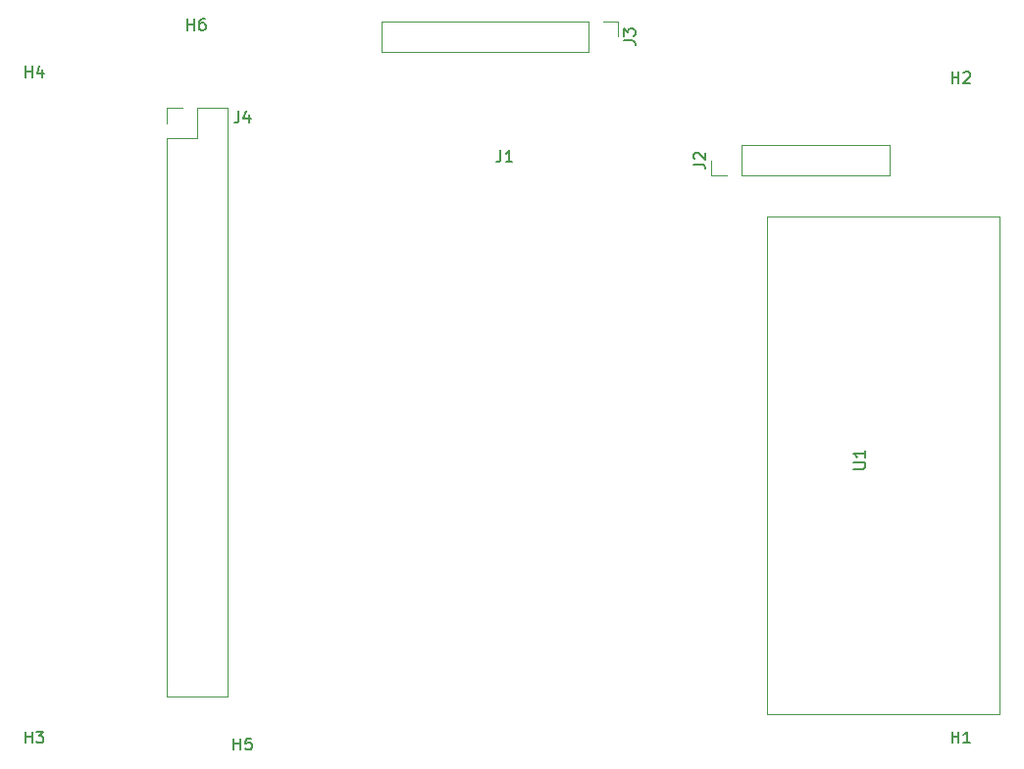
<source format=gbr>
%TF.GenerationSoftware,KiCad,Pcbnew,(6.0.4)*%
%TF.CreationDate,2022-10-08T17:17:15-04:00*%
%TF.ProjectId,CubeSat,43756265-5361-4742-9e6b-696361645f70,rev?*%
%TF.SameCoordinates,Original*%
%TF.FileFunction,Legend,Top*%
%TF.FilePolarity,Positive*%
%FSLAX46Y46*%
G04 Gerber Fmt 4.6, Leading zero omitted, Abs format (unit mm)*
G04 Created by KiCad (PCBNEW (6.0.4)) date 2022-10-08 17:17:15*
%MOMM*%
%LPD*%
G01*
G04 APERTURE LIST*
%ADD10C,0.150000*%
%ADD11C,0.120000*%
G04 APERTURE END LIST*
D10*
%TO.C,J4*%
X116666666Y-56352380D02*
X116666666Y-57066666D01*
X116619047Y-57209523D01*
X116523809Y-57304761D01*
X116380952Y-57352380D01*
X116285714Y-57352380D01*
X117571428Y-56685714D02*
X117571428Y-57352380D01*
X117333333Y-56304761D02*
X117095238Y-57019047D01*
X117714285Y-57019047D01*
%TO.C,J1*%
X139274666Y-59739380D02*
X139274666Y-60453666D01*
X139227047Y-60596523D01*
X139131809Y-60691761D01*
X138988952Y-60739380D01*
X138893714Y-60739380D01*
X140274666Y-60739380D02*
X139703238Y-60739380D01*
X139988952Y-60739380D02*
X139988952Y-59739380D01*
X139893714Y-59882238D01*
X139798476Y-59977476D01*
X139703238Y-60025095D01*
%TO.C,J2*%
X155922380Y-60933333D02*
X156636666Y-60933333D01*
X156779523Y-60980952D01*
X156874761Y-61076190D01*
X156922380Y-61219047D01*
X156922380Y-61314285D01*
X156017619Y-60504761D02*
X155970000Y-60457142D01*
X155922380Y-60361904D01*
X155922380Y-60123809D01*
X155970000Y-60028571D01*
X156017619Y-59980952D01*
X156112857Y-59933333D01*
X156208095Y-59933333D01*
X156350952Y-59980952D01*
X156922380Y-60552380D01*
X156922380Y-59933333D01*
%TO.C,U1*%
X169752380Y-87261904D02*
X170561904Y-87261904D01*
X170657142Y-87214285D01*
X170704761Y-87166666D01*
X170752380Y-87071428D01*
X170752380Y-86880952D01*
X170704761Y-86785714D01*
X170657142Y-86738095D01*
X170561904Y-86690476D01*
X169752380Y-86690476D01*
X170752380Y-85690476D02*
X170752380Y-86261904D01*
X170752380Y-85976190D02*
X169752380Y-85976190D01*
X169895238Y-86071428D01*
X169990476Y-86166666D01*
X170038095Y-86261904D01*
%TO.C,H2*%
X178238095Y-53952380D02*
X178238095Y-52952380D01*
X178238095Y-53428571D02*
X178809523Y-53428571D01*
X178809523Y-53952380D02*
X178809523Y-52952380D01*
X179238095Y-53047619D02*
X179285714Y-53000000D01*
X179380952Y-52952380D01*
X179619047Y-52952380D01*
X179714285Y-53000000D01*
X179761904Y-53047619D01*
X179809523Y-53142857D01*
X179809523Y-53238095D01*
X179761904Y-53380952D01*
X179190476Y-53952380D01*
X179809523Y-53952380D01*
%TO.C,H3*%
X98238095Y-110952380D02*
X98238095Y-109952380D01*
X98238095Y-110428571D02*
X98809523Y-110428571D01*
X98809523Y-110952380D02*
X98809523Y-109952380D01*
X99190476Y-109952380D02*
X99809523Y-109952380D01*
X99476190Y-110333333D01*
X99619047Y-110333333D01*
X99714285Y-110380952D01*
X99761904Y-110428571D01*
X99809523Y-110523809D01*
X99809523Y-110761904D01*
X99761904Y-110857142D01*
X99714285Y-110904761D01*
X99619047Y-110952380D01*
X99333333Y-110952380D01*
X99238095Y-110904761D01*
X99190476Y-110857142D01*
%TO.C,H5*%
X116238095Y-111552380D02*
X116238095Y-110552380D01*
X116238095Y-111028571D02*
X116809523Y-111028571D01*
X116809523Y-111552380D02*
X116809523Y-110552380D01*
X117761904Y-110552380D02*
X117285714Y-110552380D01*
X117238095Y-111028571D01*
X117285714Y-110980952D01*
X117380952Y-110933333D01*
X117619047Y-110933333D01*
X117714285Y-110980952D01*
X117761904Y-111028571D01*
X117809523Y-111123809D01*
X117809523Y-111361904D01*
X117761904Y-111457142D01*
X117714285Y-111504761D01*
X117619047Y-111552380D01*
X117380952Y-111552380D01*
X117285714Y-111504761D01*
X117238095Y-111457142D01*
%TO.C,J3*%
X149882380Y-50233333D02*
X150596666Y-50233333D01*
X150739523Y-50280952D01*
X150834761Y-50376190D01*
X150882380Y-50519047D01*
X150882380Y-50614285D01*
X149882380Y-49852380D02*
X149882380Y-49233333D01*
X150263333Y-49566666D01*
X150263333Y-49423809D01*
X150310952Y-49328571D01*
X150358571Y-49280952D01*
X150453809Y-49233333D01*
X150691904Y-49233333D01*
X150787142Y-49280952D01*
X150834761Y-49328571D01*
X150882380Y-49423809D01*
X150882380Y-49709523D01*
X150834761Y-49804761D01*
X150787142Y-49852380D01*
%TO.C,H1*%
X178238095Y-110952380D02*
X178238095Y-109952380D01*
X178238095Y-110428571D02*
X178809523Y-110428571D01*
X178809523Y-110952380D02*
X178809523Y-109952380D01*
X179809523Y-110952380D02*
X179238095Y-110952380D01*
X179523809Y-110952380D02*
X179523809Y-109952380D01*
X179428571Y-110095238D01*
X179333333Y-110190476D01*
X179238095Y-110238095D01*
%TO.C,H4*%
X98238095Y-53452380D02*
X98238095Y-52452380D01*
X98238095Y-52928571D02*
X98809523Y-52928571D01*
X98809523Y-53452380D02*
X98809523Y-52452380D01*
X99714285Y-52785714D02*
X99714285Y-53452380D01*
X99476190Y-52404761D02*
X99238095Y-53119047D01*
X99857142Y-53119047D01*
%TO.C,H6*%
X112238095Y-49352380D02*
X112238095Y-48352380D01*
X112238095Y-48828571D02*
X112809523Y-48828571D01*
X112809523Y-49352380D02*
X112809523Y-48352380D01*
X113714285Y-48352380D02*
X113523809Y-48352380D01*
X113428571Y-48400000D01*
X113380952Y-48447619D01*
X113285714Y-48590476D01*
X113238095Y-48780952D01*
X113238095Y-49161904D01*
X113285714Y-49257142D01*
X113333333Y-49304761D01*
X113428571Y-49352380D01*
X113619047Y-49352380D01*
X113714285Y-49304761D01*
X113761904Y-49257142D01*
X113809523Y-49161904D01*
X113809523Y-48923809D01*
X113761904Y-48828571D01*
X113714285Y-48780952D01*
X113619047Y-48733333D01*
X113428571Y-48733333D01*
X113333333Y-48780952D01*
X113285714Y-48828571D01*
X113238095Y-48923809D01*
D11*
%TO.C,J4*%
X110470000Y-58660000D02*
X110470000Y-106980000D01*
X110470000Y-57390000D02*
X110470000Y-56060000D01*
X110470000Y-56060000D02*
X111800000Y-56060000D01*
X113070000Y-58660000D02*
X113070000Y-56060000D01*
X115670000Y-56060000D02*
X115670000Y-106980000D01*
X110470000Y-106980000D02*
X115670000Y-106980000D01*
X113070000Y-56060000D02*
X115670000Y-56060000D01*
X110470000Y-58660000D02*
X113070000Y-58660000D01*
%TO.C,J2*%
X160070000Y-59270000D02*
X172830000Y-59270000D01*
X158800000Y-61930000D02*
X157470000Y-61930000D01*
X160070000Y-61930000D02*
X172830000Y-61930000D01*
X172830000Y-61930000D02*
X172830000Y-59270000D01*
X157470000Y-61930000D02*
X157470000Y-60600000D01*
X160070000Y-61930000D02*
X160070000Y-59270000D01*
%TO.C,U1*%
X162300000Y-108500000D02*
X182300000Y-108500000D01*
X182300000Y-108500000D02*
X182300000Y-65500000D01*
X182300000Y-65500000D02*
X162300000Y-65500000D01*
X162300000Y-65500000D02*
X162300000Y-108500000D01*
%TO.C,J3*%
X146830000Y-48570000D02*
X128990000Y-48570000D01*
X146830000Y-51230000D02*
X128990000Y-51230000D01*
X149430000Y-48570000D02*
X149430000Y-49900000D01*
X148100000Y-48570000D02*
X149430000Y-48570000D01*
X128990000Y-48570000D02*
X128990000Y-51230000D01*
X146830000Y-48570000D02*
X146830000Y-51230000D01*
%TD*%
M02*

</source>
